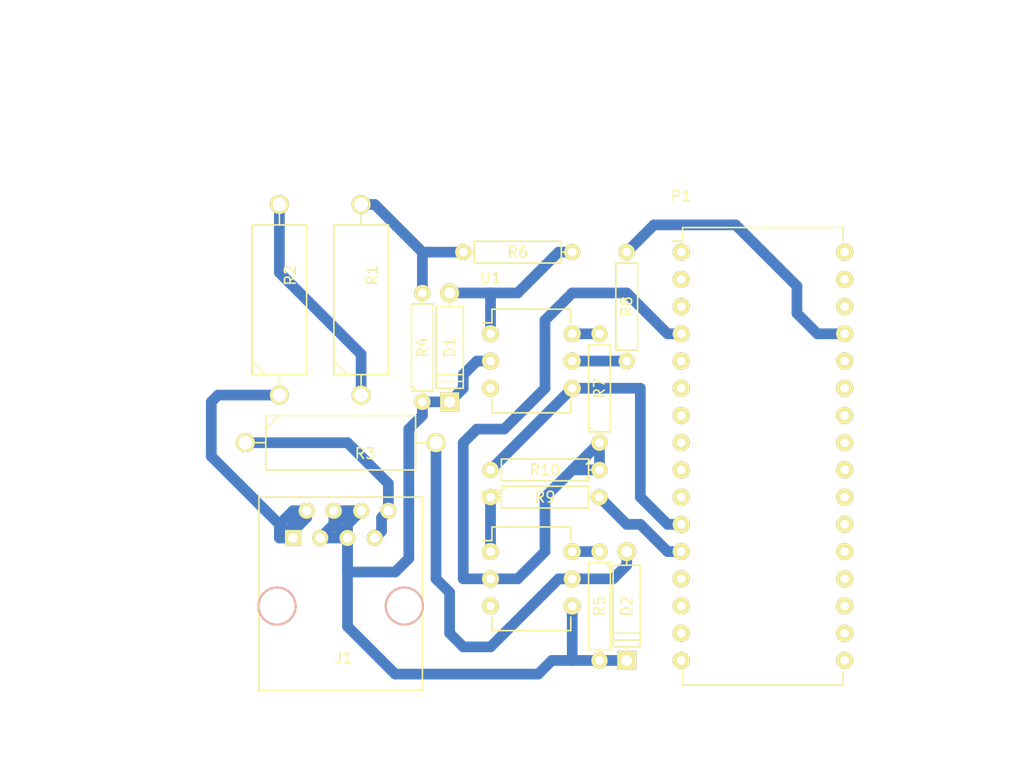
<source format=kicad_pcb>
(kicad_pcb (version 4) (host pcbnew 4.0.1-4.201602110846+6195~38~ubuntu14.04.1-stable)

  (general
    (links 31)
    (no_connects 0)
    (area 15.574287 17.47 114.68 89.000001)
    (thickness 1.6)
    (drawings 8)
    (tracks 107)
    (zones 0)
    (modules 16)
    (nets 46)
  )

  (page A4 portrait)
  (layers
    (0 F.Cu signal)
    (31 B.Cu signal)
    (32 B.Adhes user)
    (33 F.Adhes user)
    (34 B.Paste user)
    (35 F.Paste user)
    (36 B.SilkS user)
    (37 F.SilkS user)
    (38 B.Mask user)
    (39 F.Mask user)
    (40 Dwgs.User user)
    (41 Cmts.User user)
    (42 Eco1.User user)
    (43 Eco2.User user)
    (44 Edge.Cuts user)
    (45 Margin user)
    (46 B.CrtYd user)
    (47 F.CrtYd user)
    (48 B.Fab user)
    (49 F.Fab user)
  )

  (setup
    (last_trace_width 1)
    (trace_clearance 0.2)
    (zone_clearance 0.508)
    (zone_45_only no)
    (trace_min 0.2)
    (segment_width 0.2)
    (edge_width 0.1)
    (via_size 0.6)
    (via_drill 0.4)
    (via_min_size 0.4)
    (via_min_drill 0.3)
    (uvia_size 0.3)
    (uvia_drill 0.1)
    (uvias_allowed no)
    (uvia_min_size 0.2)
    (uvia_min_drill 0.1)
    (pcb_text_width 0.3)
    (pcb_text_size 1.5 1.5)
    (mod_edge_width 0.15)
    (mod_text_size 1 1)
    (mod_text_width 0.15)
    (pad_size 1.5 1.5)
    (pad_drill 0.6)
    (pad_to_mask_clearance 0)
    (aux_axis_origin 0 0)
    (visible_elements FFFFFF7F)
    (pcbplotparams
      (layerselection 0x00030_80000001)
      (usegerberextensions false)
      (excludeedgelayer true)
      (linewidth 0.100000)
      (plotframeref false)
      (viasonmask false)
      (mode 1)
      (useauxorigin false)
      (hpglpennumber 1)
      (hpglpenspeed 20)
      (hpglpendiameter 15)
      (hpglpenoverlay 2)
      (psnegative false)
      (psa4output false)
      (plotreference true)
      (plotvalue true)
      (plotinvisibletext false)
      (padsonsilk false)
      (subtractmaskfromsilk false)
      (outputformat 1)
      (mirror false)
      (drillshape 1)
      (scaleselection 1)
      (outputdirectory ""))
  )

  (net 0 "")
  (net 1 "Net-(D1-Pad2)")
  (net 2 "Net-(D1-Pad1)")
  (net 3 "Net-(D2-Pad2)")
  (net 4 "Net-(J1-Pad1)")
  (net 5 "Net-(J1-Pad7)")
  (net 6 "Net-(P1-Pad4)")
  (net 7 "Net-(P1-Pad11)")
  (net 8 "Net-(P1-Pad12)")
  (net 9 "Net-(P1-Pad29)")
  (net 10 "Net-(R1-Pad1)")
  (net 11 "Net-(R1-Pad2)")
  (net 12 "Net-(R5-Pad1)")
  (net 13 "Net-(R7-Pad2)")
  (net 14 "Net-(R8-Pad1)")
  (net 15 "Net-(R9-Pad1)")
  (net 16 "Net-(P1-Pad1)")
  (net 17 "Net-(P1-Pad2)")
  (net 18 "Net-(P1-Pad3)")
  (net 19 "Net-(P1-Pad5)")
  (net 20 "Net-(P1-Pad6)")
  (net 21 "Net-(P1-Pad7)")
  (net 22 "Net-(P1-Pad8)")
  (net 23 "Net-(P1-Pad9)")
  (net 24 "Net-(P1-Pad10)")
  (net 25 "Net-(P1-Pad13)")
  (net 26 "Net-(P1-Pad14)")
  (net 27 "Net-(P1-Pad15)")
  (net 28 "Net-(P1-Pad16)")
  (net 29 "Net-(P1-Pad17)")
  (net 30 "Net-(P1-Pad18)")
  (net 31 "Net-(P1-Pad19)")
  (net 32 "Net-(P1-Pad20)")
  (net 33 "Net-(P1-Pad21)")
  (net 34 "Net-(P1-Pad22)")
  (net 35 "Net-(P1-Pad23)")
  (net 36 "Net-(P1-Pad24)")
  (net 37 "Net-(P1-Pad25)")
  (net 38 "Net-(P1-Pad26)")
  (net 39 "Net-(P1-Pad27)")
  (net 40 "Net-(P1-Pad28)")
  (net 41 "Net-(P1-Pad30)")
  (net 42 "Net-(P1-Pad31)")
  (net 43 "Net-(P1-Pad32)")
  (net 44 "Net-(U1-Pad3)")
  (net 45 "Net-(U2-Pad3)")

  (net_class Default "This is the default net class."
    (clearance 0.2)
    (trace_width 1)
    (via_dia 0.6)
    (via_drill 0.4)
    (uvia_dia 0.3)
    (uvia_drill 0.1)
    (add_net "Net-(D1-Pad1)")
    (add_net "Net-(D1-Pad2)")
    (add_net "Net-(D2-Pad2)")
    (add_net "Net-(J1-Pad1)")
    (add_net "Net-(J1-Pad7)")
    (add_net "Net-(P1-Pad1)")
    (add_net "Net-(P1-Pad10)")
    (add_net "Net-(P1-Pad11)")
    (add_net "Net-(P1-Pad12)")
    (add_net "Net-(P1-Pad13)")
    (add_net "Net-(P1-Pad14)")
    (add_net "Net-(P1-Pad15)")
    (add_net "Net-(P1-Pad16)")
    (add_net "Net-(P1-Pad17)")
    (add_net "Net-(P1-Pad18)")
    (add_net "Net-(P1-Pad19)")
    (add_net "Net-(P1-Pad2)")
    (add_net "Net-(P1-Pad20)")
    (add_net "Net-(P1-Pad21)")
    (add_net "Net-(P1-Pad22)")
    (add_net "Net-(P1-Pad23)")
    (add_net "Net-(P1-Pad24)")
    (add_net "Net-(P1-Pad25)")
    (add_net "Net-(P1-Pad26)")
    (add_net "Net-(P1-Pad27)")
    (add_net "Net-(P1-Pad28)")
    (add_net "Net-(P1-Pad29)")
    (add_net "Net-(P1-Pad3)")
    (add_net "Net-(P1-Pad30)")
    (add_net "Net-(P1-Pad31)")
    (add_net "Net-(P1-Pad32)")
    (add_net "Net-(P1-Pad4)")
    (add_net "Net-(P1-Pad5)")
    (add_net "Net-(P1-Pad6)")
    (add_net "Net-(P1-Pad7)")
    (add_net "Net-(P1-Pad8)")
    (add_net "Net-(P1-Pad9)")
    (add_net "Net-(R1-Pad1)")
    (add_net "Net-(R1-Pad2)")
    (add_net "Net-(R5-Pad1)")
    (add_net "Net-(R7-Pad2)")
    (add_net "Net-(R8-Pad1)")
    (add_net "Net-(R9-Pad1)")
    (add_net "Net-(U1-Pad3)")
    (add_net "Net-(U2-Pad3)")
  )

  (module Discret:R7 (layer F.Cu) (tedit 0) (tstamp 56C4AEB3)
    (at 48.895 45.085 90)
    (descr "Resitance 7 pas")
    (tags R)
    (path /569E86C0)
    (fp_text reference R1 (at 2.286 1.016 90) (layer F.SilkS)
      (effects (font (size 1 1) (thickness 0.15)))
    )
    (fp_text value 1k (at -2.286 -1.27 90) (layer F.Fab)
      (effects (font (size 1 1) (thickness 0.15)))
    )
    (fp_line (start -8.89 0) (end -8.89 0) (layer F.SilkS) (width 0.15))
    (fp_line (start -8.89 0) (end -8.89 0) (layer F.SilkS) (width 0.15))
    (fp_line (start 6.985 0) (end 8.89 0) (layer F.SilkS) (width 0.15))
    (fp_line (start 8.89 0) (end 8.89 0) (layer F.SilkS) (width 0.15))
    (fp_line (start 6.985 2.54) (end -6.985 2.54) (layer F.SilkS) (width 0.15))
    (fp_line (start -6.985 -2.54) (end 6.985 -2.54) (layer F.SilkS) (width 0.15))
    (fp_line (start -6.985 -1.27) (end -5.715 -2.54) (layer F.SilkS) (width 0.15))
    (fp_line (start 6.985 -2.54) (end 6.985 2.54) (layer F.SilkS) (width 0.15))
    (fp_line (start -6.985 -2.54) (end -6.985 2.54) (layer F.SilkS) (width 0.15))
    (fp_line (start -8.89 0) (end -6.985 0) (layer F.SilkS) (width 0.15))
    (pad 1 thru_hole circle (at -8.89 0 90) (size 1.778 1.778) (drill 1.27) (layers *.Cu *.Mask F.SilkS)
      (net 10 "Net-(R1-Pad1)"))
    (pad 2 thru_hole circle (at 8.89 0 90) (size 1.778 1.778) (drill 1.27) (layers *.Cu *.Mask F.SilkS)
      (net 11 "Net-(R1-Pad2)"))
    (model Discret.3dshapes/R7.wrl
      (at (xyz 0 0 0))
      (scale (xyz 0.7 0.7 0.7))
      (rotate (xyz 0 0 0))
    )
  )

  (module Connect:RJ45_8 (layer F.Cu) (tedit 0) (tstamp 56C2142A)
    (at 46.99 73.66)
    (tags RJ45)
    (path /56B71753)
    (fp_text reference J1 (at 0.254 4.826) (layer F.SilkS)
      (effects (font (size 1 1) (thickness 0.15)))
    )
    (fp_text value RJ45 (at 0.14224 -0.1016) (layer F.Fab)
      (effects (font (size 1 1) (thickness 0.15)))
    )
    (fp_line (start -7.62 7.874) (end 7.62 7.874) (layer F.SilkS) (width 0.15))
    (fp_line (start 7.62 7.874) (end 7.62 -10.16) (layer F.SilkS) (width 0.15))
    (fp_line (start 7.62 -10.16) (end -7.62 -10.16) (layer F.SilkS) (width 0.15))
    (fp_line (start -7.62 -10.16) (end -7.62 7.874) (layer F.SilkS) (width 0.15))
    (pad Hole np_thru_hole circle (at 5.93852 0) (size 3.64998 3.64998) (drill 3.2512) (layers *.Cu *.SilkS *.Mask))
    (pad Hole np_thru_hole circle (at -5.9309 0) (size 3.64998 3.64998) (drill 3.2512) (layers *.Cu *.SilkS *.Mask))
    (pad 1 thru_hole rect (at -4.445 -6.35) (size 1.50114 1.50114) (drill 0.89916) (layers *.Cu *.Mask F.SilkS)
      (net 4 "Net-(J1-Pad1)"))
    (pad 2 thru_hole circle (at -3.175 -8.89) (size 1.50114 1.50114) (drill 0.89916) (layers *.Cu *.Mask F.SilkS)
      (net 4 "Net-(J1-Pad1)"))
    (pad 3 thru_hole circle (at -1.905 -6.35) (size 1.50114 1.50114) (drill 0.89916) (layers *.Cu *.Mask F.SilkS)
      (net 2 "Net-(D1-Pad1)"))
    (pad 4 thru_hole circle (at -0.635 -8.89) (size 1.50114 1.50114) (drill 0.89916) (layers *.Cu *.Mask F.SilkS)
      (net 2 "Net-(D1-Pad1)"))
    (pad 5 thru_hole circle (at 0.635 -6.35) (size 1.50114 1.50114) (drill 0.89916) (layers *.Cu *.Mask F.SilkS)
      (net 2 "Net-(D1-Pad1)"))
    (pad 6 thru_hole circle (at 1.905 -8.89) (size 1.50114 1.50114) (drill 0.89916) (layers *.Cu *.Mask F.SilkS)
      (net 2 "Net-(D1-Pad1)"))
    (pad 7 thru_hole circle (at 3.175 -6.35) (size 1.50114 1.50114) (drill 0.89916) (layers *.Cu *.Mask F.SilkS)
      (net 5 "Net-(J1-Pad7)"))
    (pad 8 thru_hole circle (at 4.445 -8.89) (size 1.50114 1.50114) (drill 0.89916) (layers *.Cu *.Mask F.SilkS)
      (net 5 "Net-(J1-Pad7)"))
    (model Connect.3dshapes/RJ45_8.wrl
      (at (xyz 0 0 0))
      (scale (xyz 0.4 0.4 0.4))
      (rotate (xyz 0 0 0))
    )
  )

  (module Discret:D4 (layer F.Cu) (tedit 0) (tstamp 56C21416)
    (at 57.15 49.53 270)
    (descr "Diode 4 pas")
    (tags "DIODE DEV")
    (path /569E8699)
    (fp_text reference D1 (at 0 0 270) (layer F.SilkS)
      (effects (font (size 1 1) (thickness 0.15)))
    )
    (fp_text value DIODE (at 0 0 270) (layer F.Fab)
      (effects (font (size 1 1) (thickness 0.15)))
    )
    (fp_line (start -3.81 -1.27) (end 3.81 -1.27) (layer F.SilkS) (width 0.15))
    (fp_line (start 3.81 -1.27) (end 3.81 1.27) (layer F.SilkS) (width 0.15))
    (fp_line (start 3.81 1.27) (end -3.81 1.27) (layer F.SilkS) (width 0.15))
    (fp_line (start -3.81 1.27) (end -3.81 -1.27) (layer F.SilkS) (width 0.15))
    (fp_line (start 3.175 -1.27) (end 3.175 1.27) (layer F.SilkS) (width 0.15))
    (fp_line (start 2.54 1.27) (end 2.54 -1.27) (layer F.SilkS) (width 0.15))
    (fp_line (start -3.81 0) (end -5.08 0) (layer F.SilkS) (width 0.15))
    (fp_line (start 3.81 0) (end 5.08 0) (layer F.SilkS) (width 0.15))
    (pad 2 thru_hole circle (at -5.08 0 270) (size 1.778 1.778) (drill 1.016) (layers *.Cu *.Mask F.SilkS)
      (net 1 "Net-(D1-Pad2)"))
    (pad 1 thru_hole rect (at 5.08 0 270) (size 1.778 1.778) (drill 1.016) (layers *.Cu *.Mask F.SilkS)
      (net 2 "Net-(D1-Pad1)"))
    (model Discret.3dshapes/D4.wrl
      (at (xyz 0 0 0))
      (scale (xyz 0.4 0.4 0.4))
      (rotate (xyz 0 0 0))
    )
  )

  (module Discret:D4 (layer F.Cu) (tedit 0) (tstamp 56C2141C)
    (at 73.66 73.66 270)
    (descr "Diode 4 pas")
    (tags "DIODE DEV")
    (path /569E8D13)
    (fp_text reference D2 (at 0 0 270) (layer F.SilkS)
      (effects (font (size 1 1) (thickness 0.15)))
    )
    (fp_text value DIODE (at 0 0 270) (layer F.Fab)
      (effects (font (size 1 1) (thickness 0.15)))
    )
    (fp_line (start -3.81 -1.27) (end 3.81 -1.27) (layer F.SilkS) (width 0.15))
    (fp_line (start 3.81 -1.27) (end 3.81 1.27) (layer F.SilkS) (width 0.15))
    (fp_line (start 3.81 1.27) (end -3.81 1.27) (layer F.SilkS) (width 0.15))
    (fp_line (start -3.81 1.27) (end -3.81 -1.27) (layer F.SilkS) (width 0.15))
    (fp_line (start 3.175 -1.27) (end 3.175 1.27) (layer F.SilkS) (width 0.15))
    (fp_line (start 2.54 1.27) (end 2.54 -1.27) (layer F.SilkS) (width 0.15))
    (fp_line (start -3.81 0) (end -5.08 0) (layer F.SilkS) (width 0.15))
    (fp_line (start 3.81 0) (end 5.08 0) (layer F.SilkS) (width 0.15))
    (pad 2 thru_hole circle (at -5.08 0 270) (size 1.778 1.778) (drill 1.016) (layers *.Cu *.Mask F.SilkS)
      (net 3 "Net-(D2-Pad2)"))
    (pad 1 thru_hole rect (at 5.08 0 270) (size 1.778 1.778) (drill 1.016) (layers *.Cu *.Mask F.SilkS)
      (net 2 "Net-(D1-Pad1)"))
    (model Discret.3dshapes/D4.wrl
      (at (xyz 0 0 0))
      (scale (xyz 0.4 0.4 0.4))
      (rotate (xyz 0 0 0))
    )
  )

  (module Housings_DIP:DIP-32_W15.24mm (layer F.Cu) (tedit 54130A77) (tstamp 56C2144E)
    (at 78.74 40.64)
    (descr "32-lead dip package, row spacing 15.24 mm (600 mils)")
    (tags "dil dip 2.54 600")
    (path /56BA5819)
    (fp_text reference P1 (at 0 -5.22) (layer F.SilkS)
      (effects (font (size 1 1) (thickness 0.15)))
    )
    (fp_text value SUPP32 (at 0 -3.72) (layer F.Fab)
      (effects (font (size 1 1) (thickness 0.15)))
    )
    (fp_line (start -1.05 -2.45) (end -1.05 40.55) (layer F.CrtYd) (width 0.05))
    (fp_line (start 16.3 -2.45) (end 16.3 40.55) (layer F.CrtYd) (width 0.05))
    (fp_line (start -1.05 -2.45) (end 16.3 -2.45) (layer F.CrtYd) (width 0.05))
    (fp_line (start -1.05 40.55) (end 16.3 40.55) (layer F.CrtYd) (width 0.05))
    (fp_line (start 0.135 -2.295) (end 0.135 -1.025) (layer F.SilkS) (width 0.15))
    (fp_line (start 15.105 -2.295) (end 15.105 -1.025) (layer F.SilkS) (width 0.15))
    (fp_line (start 15.105 40.395) (end 15.105 39.125) (layer F.SilkS) (width 0.15))
    (fp_line (start 0.135 40.395) (end 0.135 39.125) (layer F.SilkS) (width 0.15))
    (fp_line (start 0.135 -2.295) (end 15.105 -2.295) (layer F.SilkS) (width 0.15))
    (fp_line (start 0.135 40.395) (end 15.105 40.395) (layer F.SilkS) (width 0.15))
    (fp_line (start 0.135 -1.025) (end -0.8 -1.025) (layer F.SilkS) (width 0.15))
    (pad 1 thru_hole oval (at 0 0) (size 1.6 1.6) (drill 0.8) (layers *.Cu *.Mask F.SilkS)
      (net 16 "Net-(P1-Pad1)"))
    (pad 2 thru_hole oval (at 0 2.54) (size 1.6 1.6) (drill 0.8) (layers *.Cu *.Mask F.SilkS)
      (net 17 "Net-(P1-Pad2)"))
    (pad 3 thru_hole oval (at 0 5.08) (size 1.6 1.6) (drill 0.8) (layers *.Cu *.Mask F.SilkS)
      (net 18 "Net-(P1-Pad3)"))
    (pad 4 thru_hole oval (at 0 7.62) (size 1.6 1.6) (drill 0.8) (layers *.Cu *.Mask F.SilkS)
      (net 6 "Net-(P1-Pad4)"))
    (pad 5 thru_hole oval (at 0 10.16) (size 1.6 1.6) (drill 0.8) (layers *.Cu *.Mask F.SilkS)
      (net 19 "Net-(P1-Pad5)"))
    (pad 6 thru_hole oval (at 0 12.7) (size 1.6 1.6) (drill 0.8) (layers *.Cu *.Mask F.SilkS)
      (net 20 "Net-(P1-Pad6)"))
    (pad 7 thru_hole oval (at 0 15.24) (size 1.6 1.6) (drill 0.8) (layers *.Cu *.Mask F.SilkS)
      (net 21 "Net-(P1-Pad7)"))
    (pad 8 thru_hole oval (at 0 17.78) (size 1.6 1.6) (drill 0.8) (layers *.Cu *.Mask F.SilkS)
      (net 22 "Net-(P1-Pad8)"))
    (pad 9 thru_hole oval (at 0 20.32) (size 1.6 1.6) (drill 0.8) (layers *.Cu *.Mask F.SilkS)
      (net 23 "Net-(P1-Pad9)"))
    (pad 10 thru_hole oval (at 0 22.86) (size 1.6 1.6) (drill 0.8) (layers *.Cu *.Mask F.SilkS)
      (net 24 "Net-(P1-Pad10)"))
    (pad 11 thru_hole oval (at 0 25.4) (size 1.6 1.6) (drill 0.8) (layers *.Cu *.Mask F.SilkS)
      (net 7 "Net-(P1-Pad11)"))
    (pad 12 thru_hole oval (at 0 27.94) (size 1.6 1.6) (drill 0.8) (layers *.Cu *.Mask F.SilkS)
      (net 8 "Net-(P1-Pad12)"))
    (pad 13 thru_hole oval (at 0 30.48) (size 1.6 1.6) (drill 0.8) (layers *.Cu *.Mask F.SilkS)
      (net 25 "Net-(P1-Pad13)"))
    (pad 14 thru_hole oval (at 0 33.02) (size 1.6 1.6) (drill 0.8) (layers *.Cu *.Mask F.SilkS)
      (net 26 "Net-(P1-Pad14)"))
    (pad 15 thru_hole oval (at 0 35.56) (size 1.6 1.6) (drill 0.8) (layers *.Cu *.Mask F.SilkS)
      (net 27 "Net-(P1-Pad15)"))
    (pad 16 thru_hole oval (at 0 38.1) (size 1.6 1.6) (drill 0.8) (layers *.Cu *.Mask F.SilkS)
      (net 28 "Net-(P1-Pad16)"))
    (pad 17 thru_hole oval (at 15.24 38.1) (size 1.6 1.6) (drill 0.8) (layers *.Cu *.Mask F.SilkS)
      (net 29 "Net-(P1-Pad17)"))
    (pad 18 thru_hole oval (at 15.24 35.56) (size 1.6 1.6) (drill 0.8) (layers *.Cu *.Mask F.SilkS)
      (net 30 "Net-(P1-Pad18)"))
    (pad 19 thru_hole oval (at 15.24 33.02) (size 1.6 1.6) (drill 0.8) (layers *.Cu *.Mask F.SilkS)
      (net 31 "Net-(P1-Pad19)"))
    (pad 20 thru_hole oval (at 15.24 30.48) (size 1.6 1.6) (drill 0.8) (layers *.Cu *.Mask F.SilkS)
      (net 32 "Net-(P1-Pad20)"))
    (pad 21 thru_hole oval (at 15.24 27.94) (size 1.6 1.6) (drill 0.8) (layers *.Cu *.Mask F.SilkS)
      (net 33 "Net-(P1-Pad21)"))
    (pad 22 thru_hole oval (at 15.24 25.4) (size 1.6 1.6) (drill 0.8) (layers *.Cu *.Mask F.SilkS)
      (net 34 "Net-(P1-Pad22)"))
    (pad 23 thru_hole oval (at 15.24 22.86) (size 1.6 1.6) (drill 0.8) (layers *.Cu *.Mask F.SilkS)
      (net 35 "Net-(P1-Pad23)"))
    (pad 24 thru_hole oval (at 15.24 20.32) (size 1.6 1.6) (drill 0.8) (layers *.Cu *.Mask F.SilkS)
      (net 36 "Net-(P1-Pad24)"))
    (pad 25 thru_hole oval (at 15.24 17.78) (size 1.6 1.6) (drill 0.8) (layers *.Cu *.Mask F.SilkS)
      (net 37 "Net-(P1-Pad25)"))
    (pad 26 thru_hole oval (at 15.24 15.24) (size 1.6 1.6) (drill 0.8) (layers *.Cu *.Mask F.SilkS)
      (net 38 "Net-(P1-Pad26)"))
    (pad 27 thru_hole oval (at 15.24 12.7) (size 1.6 1.6) (drill 0.8) (layers *.Cu *.Mask F.SilkS)
      (net 39 "Net-(P1-Pad27)"))
    (pad 28 thru_hole oval (at 15.24 10.16) (size 1.6 1.6) (drill 0.8) (layers *.Cu *.Mask F.SilkS)
      (net 40 "Net-(P1-Pad28)"))
    (pad 29 thru_hole oval (at 15.24 7.62) (size 1.6 1.6) (drill 0.8) (layers *.Cu *.Mask F.SilkS)
      (net 9 "Net-(P1-Pad29)"))
    (pad 30 thru_hole oval (at 15.24 5.08) (size 1.6 1.6) (drill 0.8) (layers *.Cu *.Mask F.SilkS)
      (net 41 "Net-(P1-Pad30)"))
    (pad 31 thru_hole oval (at 15.24 2.54) (size 1.6 1.6) (drill 0.8) (layers *.Cu *.Mask F.SilkS)
      (net 42 "Net-(P1-Pad31)"))
    (pad 32 thru_hole oval (at 15.24 0) (size 1.6 1.6) (drill 0.8) (layers *.Cu *.Mask F.SilkS)
      (net 43 "Net-(P1-Pad32)"))
    (model Housings_DIP.3dshapes/DIP-32_W15.24mm.wrl
      (at (xyz 0 0 0))
      (scale (xyz 1 1 1))
      (rotate (xyz 0 0 0))
    )
  )

  (module Discret:R4 (layer F.Cu) (tedit 0) (tstamp 56C21466)
    (at 54.61 49.53 90)
    (descr "Resitance 4 pas")
    (tags R)
    (path /569E8840)
    (fp_text reference R4 (at 0 0 90) (layer F.SilkS)
      (effects (font (size 1 1) (thickness 0.15)))
    )
    (fp_text value 200 (at 0 0 90) (layer F.Fab)
      (effects (font (size 1 1) (thickness 0.15)))
    )
    (fp_line (start -5.08 0) (end -4.064 0) (layer F.SilkS) (width 0.15))
    (fp_line (start -4.064 0) (end -4.064 -1.016) (layer F.SilkS) (width 0.15))
    (fp_line (start -4.064 -1.016) (end 4.064 -1.016) (layer F.SilkS) (width 0.15))
    (fp_line (start 4.064 -1.016) (end 4.064 1.016) (layer F.SilkS) (width 0.15))
    (fp_line (start 4.064 1.016) (end -4.064 1.016) (layer F.SilkS) (width 0.15))
    (fp_line (start -4.064 1.016) (end -4.064 0) (layer F.SilkS) (width 0.15))
    (fp_line (start -4.064 -0.508) (end -3.556 -1.016) (layer F.SilkS) (width 0.15))
    (fp_line (start 5.08 0) (end 4.064 0) (layer F.SilkS) (width 0.15))
    (pad 1 thru_hole circle (at -5.08 0 90) (size 1.524 1.524) (drill 0.8128) (layers *.Cu *.Mask F.SilkS)
      (net 2 "Net-(D1-Pad1)"))
    (pad 2 thru_hole circle (at 5.08 0 90) (size 1.524 1.524) (drill 0.8128) (layers *.Cu *.Mask F.SilkS)
      (net 11 "Net-(R1-Pad2)"))
    (model Discret.3dshapes/R4.wrl
      (at (xyz 0 0 0))
      (scale (xyz 0.4 0.4 0.4))
      (rotate (xyz 0 0 0))
    )
  )

  (module Discret:R4 (layer F.Cu) (tedit 0) (tstamp 56C2146C)
    (at 71.12 73.66 270)
    (descr "Resitance 4 pas")
    (tags R)
    (path /569E8D5E)
    (fp_text reference R5 (at 0 0 270) (layer F.SilkS)
      (effects (font (size 1 1) (thickness 0.15)))
    )
    (fp_text value 100k (at 0 0 270) (layer F.Fab)
      (effects (font (size 1 1) (thickness 0.15)))
    )
    (fp_line (start -5.08 0) (end -4.064 0) (layer F.SilkS) (width 0.15))
    (fp_line (start -4.064 0) (end -4.064 -1.016) (layer F.SilkS) (width 0.15))
    (fp_line (start -4.064 -1.016) (end 4.064 -1.016) (layer F.SilkS) (width 0.15))
    (fp_line (start 4.064 -1.016) (end 4.064 1.016) (layer F.SilkS) (width 0.15))
    (fp_line (start 4.064 1.016) (end -4.064 1.016) (layer F.SilkS) (width 0.15))
    (fp_line (start -4.064 1.016) (end -4.064 0) (layer F.SilkS) (width 0.15))
    (fp_line (start -4.064 -0.508) (end -3.556 -1.016) (layer F.SilkS) (width 0.15))
    (fp_line (start 5.08 0) (end 4.064 0) (layer F.SilkS) (width 0.15))
    (pad 1 thru_hole circle (at -5.08 0 270) (size 1.524 1.524) (drill 0.8128) (layers *.Cu *.Mask F.SilkS)
      (net 12 "Net-(R5-Pad1)"))
    (pad 2 thru_hole circle (at 5.08 0 270) (size 1.524 1.524) (drill 0.8128) (layers *.Cu *.Mask F.SilkS)
      (net 2 "Net-(D1-Pad1)"))
    (model Discret.3dshapes/R4.wrl
      (at (xyz 0 0 0))
      (scale (xyz 0.4 0.4 0.4))
      (rotate (xyz 0 0 0))
    )
  )

  (module Discret:R4 (layer F.Cu) (tedit 0) (tstamp 56C21472)
    (at 63.5 40.64 180)
    (descr "Resitance 4 pas")
    (tags R)
    (path /56BA5177)
    (fp_text reference R6 (at 0 0 180) (layer F.SilkS)
      (effects (font (size 1 1) (thickness 0.15)))
    )
    (fp_text value 100 (at 0 0 180) (layer F.Fab)
      (effects (font (size 1 1) (thickness 0.15)))
    )
    (fp_line (start -5.08 0) (end -4.064 0) (layer F.SilkS) (width 0.15))
    (fp_line (start -4.064 0) (end -4.064 -1.016) (layer F.SilkS) (width 0.15))
    (fp_line (start -4.064 -1.016) (end 4.064 -1.016) (layer F.SilkS) (width 0.15))
    (fp_line (start 4.064 -1.016) (end 4.064 1.016) (layer F.SilkS) (width 0.15))
    (fp_line (start 4.064 1.016) (end -4.064 1.016) (layer F.SilkS) (width 0.15))
    (fp_line (start -4.064 1.016) (end -4.064 0) (layer F.SilkS) (width 0.15))
    (fp_line (start -4.064 -0.508) (end -3.556 -1.016) (layer F.SilkS) (width 0.15))
    (fp_line (start 5.08 0) (end 4.064 0) (layer F.SilkS) (width 0.15))
    (pad 1 thru_hole circle (at -5.08 0 180) (size 1.524 1.524) (drill 0.8128) (layers *.Cu *.Mask F.SilkS)
      (net 1 "Net-(D1-Pad2)"))
    (pad 2 thru_hole circle (at 5.08 0 180) (size 1.524 1.524) (drill 0.8128) (layers *.Cu *.Mask F.SilkS)
      (net 11 "Net-(R1-Pad2)"))
    (model Discret.3dshapes/R4.wrl
      (at (xyz 0 0 0))
      (scale (xyz 0.4 0.4 0.4))
      (rotate (xyz 0 0 0))
    )
  )

  (module Discret:R4 (layer F.Cu) (tedit 0) (tstamp 56C21478)
    (at 71.12 53.34 90)
    (descr "Resitance 4 pas")
    (tags R)
    (path /569E8AD4)
    (fp_text reference R7 (at 0 0 90) (layer F.SilkS)
      (effects (font (size 1 1) (thickness 0.15)))
    )
    (fp_text value 100k (at 0 0 90) (layer F.Fab)
      (effects (font (size 1 1) (thickness 0.15)))
    )
    (fp_line (start -5.08 0) (end -4.064 0) (layer F.SilkS) (width 0.15))
    (fp_line (start -4.064 0) (end -4.064 -1.016) (layer F.SilkS) (width 0.15))
    (fp_line (start -4.064 -1.016) (end 4.064 -1.016) (layer F.SilkS) (width 0.15))
    (fp_line (start 4.064 -1.016) (end 4.064 1.016) (layer F.SilkS) (width 0.15))
    (fp_line (start 4.064 1.016) (end -4.064 1.016) (layer F.SilkS) (width 0.15))
    (fp_line (start -4.064 1.016) (end -4.064 0) (layer F.SilkS) (width 0.15))
    (fp_line (start -4.064 -0.508) (end -3.556 -1.016) (layer F.SilkS) (width 0.15))
    (fp_line (start 5.08 0) (end 4.064 0) (layer F.SilkS) (width 0.15))
    (pad 1 thru_hole circle (at -5.08 0 90) (size 1.524 1.524) (drill 0.8128) (layers *.Cu *.Mask F.SilkS)
      (net 6 "Net-(P1-Pad4)"))
    (pad 2 thru_hole circle (at 5.08 0 90) (size 1.524 1.524) (drill 0.8128) (layers *.Cu *.Mask F.SilkS)
      (net 13 "Net-(R7-Pad2)"))
    (model Discret.3dshapes/R4.wrl
      (at (xyz 0 0 0))
      (scale (xyz 0.4 0.4 0.4))
      (rotate (xyz 0 0 0))
    )
  )

  (module Discret:R4 (layer F.Cu) (tedit 0) (tstamp 56C2147E)
    (at 73.66 45.72 90)
    (descr "Resitance 4 pas")
    (tags R)
    (path /569E8AC5)
    (fp_text reference R8 (at 0 0 90) (layer F.SilkS)
      (effects (font (size 1 1) (thickness 0.15)))
    )
    (fp_text value 100 (at 0 0 90) (layer F.Fab)
      (effects (font (size 1 1) (thickness 0.15)))
    )
    (fp_line (start -5.08 0) (end -4.064 0) (layer F.SilkS) (width 0.15))
    (fp_line (start -4.064 0) (end -4.064 -1.016) (layer F.SilkS) (width 0.15))
    (fp_line (start -4.064 -1.016) (end 4.064 -1.016) (layer F.SilkS) (width 0.15))
    (fp_line (start 4.064 -1.016) (end 4.064 1.016) (layer F.SilkS) (width 0.15))
    (fp_line (start 4.064 1.016) (end -4.064 1.016) (layer F.SilkS) (width 0.15))
    (fp_line (start -4.064 1.016) (end -4.064 0) (layer F.SilkS) (width 0.15))
    (fp_line (start -4.064 -0.508) (end -3.556 -1.016) (layer F.SilkS) (width 0.15))
    (fp_line (start 5.08 0) (end 4.064 0) (layer F.SilkS) (width 0.15))
    (pad 1 thru_hole circle (at -5.08 0 90) (size 1.524 1.524) (drill 0.8128) (layers *.Cu *.Mask F.SilkS)
      (net 14 "Net-(R8-Pad1)"))
    (pad 2 thru_hole circle (at 5.08 0 90) (size 1.524 1.524) (drill 0.8128) (layers *.Cu *.Mask F.SilkS)
      (net 9 "Net-(P1-Pad29)"))
    (model Discret.3dshapes/R4.wrl
      (at (xyz 0 0 0))
      (scale (xyz 0.4 0.4 0.4))
      (rotate (xyz 0 0 0))
    )
  )

  (module Discret:R4 (layer F.Cu) (tedit 0) (tstamp 56C21484)
    (at 66.04 63.5)
    (descr "Resitance 4 pas")
    (tags R)
    (path /569E8D58)
    (fp_text reference R9 (at 0 0) (layer F.SilkS)
      (effects (font (size 1 1) (thickness 0.15)))
    )
    (fp_text value 100 (at 0 0) (layer F.Fab)
      (effects (font (size 1 1) (thickness 0.15)))
    )
    (fp_line (start -5.08 0) (end -4.064 0) (layer F.SilkS) (width 0.15))
    (fp_line (start -4.064 0) (end -4.064 -1.016) (layer F.SilkS) (width 0.15))
    (fp_line (start -4.064 -1.016) (end 4.064 -1.016) (layer F.SilkS) (width 0.15))
    (fp_line (start 4.064 -1.016) (end 4.064 1.016) (layer F.SilkS) (width 0.15))
    (fp_line (start 4.064 1.016) (end -4.064 1.016) (layer F.SilkS) (width 0.15))
    (fp_line (start -4.064 1.016) (end -4.064 0) (layer F.SilkS) (width 0.15))
    (fp_line (start -4.064 -0.508) (end -3.556 -1.016) (layer F.SilkS) (width 0.15))
    (fp_line (start 5.08 0) (end 4.064 0) (layer F.SilkS) (width 0.15))
    (pad 1 thru_hole circle (at -5.08 0) (size 1.524 1.524) (drill 0.8128) (layers *.Cu *.Mask F.SilkS)
      (net 15 "Net-(R9-Pad1)"))
    (pad 2 thru_hole circle (at 5.08 0) (size 1.524 1.524) (drill 0.8128) (layers *.Cu *.Mask F.SilkS)
      (net 8 "Net-(P1-Pad12)"))
    (model Discret.3dshapes/R4.wrl
      (at (xyz 0 0 0))
      (scale (xyz 0.4 0.4 0.4))
      (rotate (xyz 0 0 0))
    )
  )

  (module Discret:R4 (layer F.Cu) (tedit 0) (tstamp 56C2148A)
    (at 66.04 60.96 180)
    (descr "Resitance 4 pas")
    (tags R)
    (path /569E8B22)
    (fp_text reference R10 (at 0 0 180) (layer F.SilkS)
      (effects (font (size 1 1) (thickness 0.15)))
    )
    (fp_text value 5k (at 0 0 180) (layer F.Fab)
      (effects (font (size 1 1) (thickness 0.15)))
    )
    (fp_line (start -5.08 0) (end -4.064 0) (layer F.SilkS) (width 0.15))
    (fp_line (start -4.064 0) (end -4.064 -1.016) (layer F.SilkS) (width 0.15))
    (fp_line (start -4.064 -1.016) (end 4.064 -1.016) (layer F.SilkS) (width 0.15))
    (fp_line (start 4.064 -1.016) (end 4.064 1.016) (layer F.SilkS) (width 0.15))
    (fp_line (start 4.064 1.016) (end -4.064 1.016) (layer F.SilkS) (width 0.15))
    (fp_line (start -4.064 1.016) (end -4.064 0) (layer F.SilkS) (width 0.15))
    (fp_line (start -4.064 -0.508) (end -3.556 -1.016) (layer F.SilkS) (width 0.15))
    (fp_line (start 5.08 0) (end 4.064 0) (layer F.SilkS) (width 0.15))
    (pad 1 thru_hole circle (at -5.08 0 180) (size 1.524 1.524) (drill 0.8128) (layers *.Cu *.Mask F.SilkS)
      (net 6 "Net-(P1-Pad4)"))
    (pad 2 thru_hole circle (at 5.08 0 180) (size 1.524 1.524) (drill 0.8128) (layers *.Cu *.Mask F.SilkS)
      (net 7 "Net-(P1-Pad11)"))
    (model Discret.3dshapes/R4.wrl
      (at (xyz 0 0 0))
      (scale (xyz 0.4 0.4 0.4))
      (rotate (xyz 0 0 0))
    )
  )

  (module Housings_DIP:DIP-6_W7.62mm (layer F.Cu) (tedit 54130A77) (tstamp 56C21494)
    (at 60.96 48.26)
    (descr "6-lead dip package, row spacing 7.62 mm (300 mils)")
    (tags "dil dip 2.54 300")
    (path /569E87D7)
    (fp_text reference U1 (at 0 -5.22) (layer F.SilkS)
      (effects (font (size 1 1) (thickness 0.15)))
    )
    (fp_text value 4N33 (at 0 -3.72) (layer F.Fab)
      (effects (font (size 1 1) (thickness 0.15)))
    )
    (fp_line (start -1.05 -2.45) (end -1.05 7.55) (layer F.CrtYd) (width 0.05))
    (fp_line (start 8.65 -2.45) (end 8.65 7.55) (layer F.CrtYd) (width 0.05))
    (fp_line (start -1.05 -2.45) (end 8.65 -2.45) (layer F.CrtYd) (width 0.05))
    (fp_line (start -1.05 7.55) (end 8.65 7.55) (layer F.CrtYd) (width 0.05))
    (fp_line (start 0.135 -2.295) (end 0.135 -1.025) (layer F.SilkS) (width 0.15))
    (fp_line (start 7.485 -2.295) (end 7.485 -1.025) (layer F.SilkS) (width 0.15))
    (fp_line (start 7.485 7.375) (end 7.485 6.105) (layer F.SilkS) (width 0.15))
    (fp_line (start 0.135 7.375) (end 0.135 6.105) (layer F.SilkS) (width 0.15))
    (fp_line (start 0.135 -2.295) (end 7.485 -2.295) (layer F.SilkS) (width 0.15))
    (fp_line (start 0.135 7.375) (end 7.485 7.375) (layer F.SilkS) (width 0.15))
    (fp_line (start 0.135 -1.025) (end -0.8 -1.025) (layer F.SilkS) (width 0.15))
    (pad 1 thru_hole oval (at 0 0) (size 1.6 1.6) (drill 0.8) (layers *.Cu *.Mask F.SilkS)
      (net 1 "Net-(D1-Pad2)"))
    (pad 2 thru_hole oval (at 0 2.54) (size 1.6 1.6) (drill 0.8) (layers *.Cu *.Mask F.SilkS)
      (net 2 "Net-(D1-Pad1)"))
    (pad 3 thru_hole oval (at 0 5.08) (size 1.6 1.6) (drill 0.8) (layers *.Cu *.Mask F.SilkS)
      (net 44 "Net-(U1-Pad3)"))
    (pad 4 thru_hole oval (at 7.62 5.08) (size 1.6 1.6) (drill 0.8) (layers *.Cu *.Mask F.SilkS)
      (net 7 "Net-(P1-Pad11)"))
    (pad 5 thru_hole oval (at 7.62 2.54) (size 1.6 1.6) (drill 0.8) (layers *.Cu *.Mask F.SilkS)
      (net 14 "Net-(R8-Pad1)"))
    (pad 6 thru_hole oval (at 7.62 0) (size 1.6 1.6) (drill 0.8) (layers *.Cu *.Mask F.SilkS)
      (net 13 "Net-(R7-Pad2)"))
    (model Housings_DIP.3dshapes/DIP-6_W7.62mm.wrl
      (at (xyz 0 0 0))
      (scale (xyz 1 1 1))
      (rotate (xyz 0 0 0))
    )
  )

  (module Housings_DIP:DIP-6_W7.62mm (layer F.Cu) (tedit 54130A77) (tstamp 56C2149E)
    (at 60.96 68.58)
    (descr "6-lead dip package, row spacing 7.62 mm (300 mils)")
    (tags "dil dip 2.54 300")
    (path /569E8D25)
    (fp_text reference U2 (at 0 -5.22) (layer F.SilkS)
      (effects (font (size 1 1) (thickness 0.15)))
    )
    (fp_text value 4N33 (at 0 -3.72) (layer F.Fab)
      (effects (font (size 1 1) (thickness 0.15)))
    )
    (fp_line (start -1.05 -2.45) (end -1.05 7.55) (layer F.CrtYd) (width 0.05))
    (fp_line (start 8.65 -2.45) (end 8.65 7.55) (layer F.CrtYd) (width 0.05))
    (fp_line (start -1.05 -2.45) (end 8.65 -2.45) (layer F.CrtYd) (width 0.05))
    (fp_line (start -1.05 7.55) (end 8.65 7.55) (layer F.CrtYd) (width 0.05))
    (fp_line (start 0.135 -2.295) (end 0.135 -1.025) (layer F.SilkS) (width 0.15))
    (fp_line (start 7.485 -2.295) (end 7.485 -1.025) (layer F.SilkS) (width 0.15))
    (fp_line (start 7.485 7.375) (end 7.485 6.105) (layer F.SilkS) (width 0.15))
    (fp_line (start 0.135 7.375) (end 0.135 6.105) (layer F.SilkS) (width 0.15))
    (fp_line (start 0.135 -2.295) (end 7.485 -2.295) (layer F.SilkS) (width 0.15))
    (fp_line (start 0.135 7.375) (end 7.485 7.375) (layer F.SilkS) (width 0.15))
    (fp_line (start 0.135 -1.025) (end -0.8 -1.025) (layer F.SilkS) (width 0.15))
    (pad 1 thru_hole oval (at 0 0) (size 1.6 1.6) (drill 0.8) (layers *.Cu *.Mask F.SilkS)
      (net 15 "Net-(R9-Pad1)"))
    (pad 2 thru_hole oval (at 0 2.54) (size 1.6 1.6) (drill 0.8) (layers *.Cu *.Mask F.SilkS)
      (net 6 "Net-(P1-Pad4)"))
    (pad 3 thru_hole oval (at 0 5.08) (size 1.6 1.6) (drill 0.8) (layers *.Cu *.Mask F.SilkS)
      (net 45 "Net-(U2-Pad3)"))
    (pad 4 thru_hole oval (at 7.62 5.08) (size 1.6 1.6) (drill 0.8) (layers *.Cu *.Mask F.SilkS)
      (net 2 "Net-(D1-Pad1)"))
    (pad 5 thru_hole oval (at 7.62 2.54) (size 1.6 1.6) (drill 0.8) (layers *.Cu *.Mask F.SilkS)
      (net 3 "Net-(D2-Pad2)"))
    (pad 6 thru_hole oval (at 7.62 0) (size 1.6 1.6) (drill 0.8) (layers *.Cu *.Mask F.SilkS)
      (net 12 "Net-(R5-Pad1)"))
    (model Housings_DIP.3dshapes/DIP-6_W7.62mm.wrl
      (at (xyz 0 0 0))
      (scale (xyz 1 1 1))
      (rotate (xyz 0 0 0))
    )
  )

  (module Discret:R7 (layer F.Cu) (tedit 0) (tstamp 56C4AEB8)
    (at 41.275 45.085 90)
    (descr "Resitance 7 pas")
    (tags R)
    (path /56BA4DB0)
    (fp_text reference R2 (at 2.286 1.016 90) (layer F.SilkS)
      (effects (font (size 1 1) (thickness 0.15)))
    )
    (fp_text value 1k (at -2.286 -1.27 90) (layer F.Fab)
      (effects (font (size 1 1) (thickness 0.15)))
    )
    (fp_line (start -8.89 0) (end -8.89 0) (layer F.SilkS) (width 0.15))
    (fp_line (start -8.89 0) (end -8.89 0) (layer F.SilkS) (width 0.15))
    (fp_line (start 6.985 0) (end 8.89 0) (layer F.SilkS) (width 0.15))
    (fp_line (start 8.89 0) (end 8.89 0) (layer F.SilkS) (width 0.15))
    (fp_line (start 6.985 2.54) (end -6.985 2.54) (layer F.SilkS) (width 0.15))
    (fp_line (start -6.985 -2.54) (end 6.985 -2.54) (layer F.SilkS) (width 0.15))
    (fp_line (start -6.985 -1.27) (end -5.715 -2.54) (layer F.SilkS) (width 0.15))
    (fp_line (start 6.985 -2.54) (end 6.985 2.54) (layer F.SilkS) (width 0.15))
    (fp_line (start -6.985 -2.54) (end -6.985 2.54) (layer F.SilkS) (width 0.15))
    (fp_line (start -8.89 0) (end -6.985 0) (layer F.SilkS) (width 0.15))
    (pad 1 thru_hole circle (at -8.89 0 90) (size 1.778 1.778) (drill 1.27) (layers *.Cu *.Mask F.SilkS)
      (net 4 "Net-(J1-Pad1)"))
    (pad 2 thru_hole circle (at 8.89 0 90) (size 1.778 1.778) (drill 1.27) (layers *.Cu *.Mask F.SilkS)
      (net 10 "Net-(R1-Pad1)"))
    (model Discret.3dshapes/R7.wrl
      (at (xyz 0 0 0))
      (scale (xyz 0.7 0.7 0.7))
      (rotate (xyz 0 0 0))
    )
  )

  (module Discret:R7 (layer F.Cu) (tedit 0) (tstamp 56C4AEBD)
    (at 46.99 58.42)
    (descr "Resitance 7 pas")
    (tags R)
    (path /569E8D19)
    (fp_text reference R3 (at 2.286 1.016) (layer F.SilkS)
      (effects (font (size 1 1) (thickness 0.15)))
    )
    (fp_text value 1k (at -2.286 -1.27) (layer F.Fab)
      (effects (font (size 1 1) (thickness 0.15)))
    )
    (fp_line (start -8.89 0) (end -8.89 0) (layer F.SilkS) (width 0.15))
    (fp_line (start -8.89 0) (end -8.89 0) (layer F.SilkS) (width 0.15))
    (fp_line (start 6.985 0) (end 8.89 0) (layer F.SilkS) (width 0.15))
    (fp_line (start 8.89 0) (end 8.89 0) (layer F.SilkS) (width 0.15))
    (fp_line (start 6.985 2.54) (end -6.985 2.54) (layer F.SilkS) (width 0.15))
    (fp_line (start -6.985 -2.54) (end 6.985 -2.54) (layer F.SilkS) (width 0.15))
    (fp_line (start -6.985 -1.27) (end -5.715 -2.54) (layer F.SilkS) (width 0.15))
    (fp_line (start 6.985 -2.54) (end 6.985 2.54) (layer F.SilkS) (width 0.15))
    (fp_line (start -6.985 -2.54) (end -6.985 2.54) (layer F.SilkS) (width 0.15))
    (fp_line (start -8.89 0) (end -6.985 0) (layer F.SilkS) (width 0.15))
    (pad 1 thru_hole circle (at -8.89 0) (size 1.778 1.778) (drill 1.27) (layers *.Cu *.Mask F.SilkS)
      (net 5 "Net-(J1-Pad7)"))
    (pad 2 thru_hole circle (at 8.89 0) (size 1.778 1.778) (drill 1.27) (layers *.Cu *.Mask F.SilkS)
      (net 3 "Net-(D2-Pad2)"))
    (model Discret.3dshapes/R7.wrl
      (at (xyz 0 0 0))
      (scale (xyz 0.7 0.7 0.7))
      (rotate (xyz 0 0 0))
    )
  )

  (dimension 7.62 (width 0.3) (layer Margin)
    (gr_text "7,620 mm" (at 97.79 18.97) (layer Margin)
      (effects (font (size 1.5 1.5) (thickness 0.3)))
    )
    (feature1 (pts (xy 101.6 38.1) (xy 101.6 17.62)))
    (feature2 (pts (xy 93.98 38.1) (xy 93.98 17.62)))
    (crossbar (pts (xy 93.98 20.32) (xy 101.6 20.32)))
    (arrow1a (pts (xy 101.6 20.32) (xy 100.473496 20.906421)))
    (arrow1b (pts (xy 101.6 20.32) (xy 100.473496 19.733579)))
    (arrow2a (pts (xy 93.98 20.32) (xy 95.106504 20.906421)))
    (arrow2b (pts (xy 93.98 20.32) (xy 95.106504 19.733579)))
  )
  (dimension 7.62 (width 0.3) (layer Margin)
    (gr_text "7,620 mm" (at 21.51 85.09 270) (layer Margin)
      (effects (font (size 1.5 1.5) (thickness 0.3)))
    )
    (feature1 (pts (xy 40.64 88.9) (xy 20.16 88.9)))
    (feature2 (pts (xy 40.64 81.28) (xy 20.16 81.28)))
    (crossbar (pts (xy 22.86 81.28) (xy 22.86 88.9)))
    (arrow1a (pts (xy 22.86 88.9) (xy 22.273579 87.773496)))
    (arrow1b (pts (xy 22.86 88.9) (xy 23.446421 87.773496)))
    (arrow2a (pts (xy 22.86 81.28) (xy 22.273579 82.406504)))
    (arrow2b (pts (xy 22.86 81.28) (xy 23.446421 82.406504)))
  )
  (dimension 58.42 (width 0.3) (layer Margin)
    (gr_text "58,420 mm" (at 108.03 59.69 270) (layer Margin)
      (effects (font (size 1.5 1.5) (thickness 0.3)))
    )
    (feature1 (pts (xy 101.6 88.9) (xy 109.38 88.9)))
    (feature2 (pts (xy 101.6 30.48) (xy 109.38 30.48)))
    (crossbar (pts (xy 106.68 30.48) (xy 106.68 88.9)))
    (arrow1a (pts (xy 106.68 88.9) (xy 106.093579 87.773496)))
    (arrow1b (pts (xy 106.68 88.9) (xy 107.266421 87.773496)))
    (arrow2a (pts (xy 106.68 30.48) (xy 106.093579 31.606504)))
    (arrow2b (pts (xy 106.68 30.48) (xy 107.266421 31.606504)))
  )
  (dimension 71.12 (width 0.3) (layer Margin)
    (gr_text "71,120 mm" (at 66.04 24.05) (layer Margin)
      (effects (font (size 1.5 1.5) (thickness 0.3)))
    )
    (feature1 (pts (xy 101.6 30.48) (xy 101.6 22.7)))
    (feature2 (pts (xy 30.48 30.48) (xy 30.48 22.7)))
    (crossbar (pts (xy 30.48 25.4) (xy 101.6 25.4)))
    (arrow1a (pts (xy 101.6 25.4) (xy 100.473496 25.986421)))
    (arrow1b (pts (xy 101.6 25.4) (xy 100.473496 24.813579)))
    (arrow2a (pts (xy 30.48 25.4) (xy 31.606504 25.986421)))
    (arrow2b (pts (xy 30.48 25.4) (xy 31.606504 24.813579)))
  )
  (gr_line (start 30.48 88.9) (end 30.48 30.48) (angle 90) (layer Margin) (width 0.2))
  (gr_line (start 101.6 88.9) (end 30.48 88.9) (angle 90) (layer Margin) (width 0.2))
  (gr_line (start 101.6 30.48) (end 101.6 88.9) (angle 90) (layer Margin) (width 0.2))
  (gr_line (start 30.48 30.48) (end 101.6 30.48) (angle 90) (layer Margin) (width 0.2))

  (segment (start 60.96 48.26) (end 60.96 44.45) (width 1) (layer B.Cu) (net 1) (status 10))
  (segment (start 68.58 40.64) (end 67.31 40.64) (width 1) (layer B.Cu) (net 1) (status 10))
  (segment (start 67.31 40.64) (end 63.5 44.45) (width 1) (layer B.Cu) (net 1) (tstamp 56C21DD9))
  (segment (start 63.5 44.45) (end 60.96 44.45) (width 1) (layer B.Cu) (net 1) (tstamp 56C21DDA))
  (segment (start 60.96 44.45) (end 57.15 44.45) (width 1) (layer B.Cu) (net 1) (tstamp 56C21DDF) (status 20))
  (segment (start 68.58 73.66) (end 68.58 78.74) (width 1) (layer B.Cu) (net 2))
  (segment (start 48.895 64.77) (end 47.625 64.77) (width 1) (layer B.Cu) (net 2))
  (segment (start 47.625 64.77) (end 45.085 67.31) (width 1) (layer B.Cu) (net 2) (tstamp 56C22AF6))
  (segment (start 46.355 64.77) (end 46.355 66.04) (width 1) (layer B.Cu) (net 2))
  (segment (start 46.355 66.04) (end 47.625 67.31) (width 1) (layer B.Cu) (net 2) (tstamp 56C22AF2))
  (segment (start 71.12 78.74) (end 68.58 78.74) (width 1) (layer B.Cu) (net 2))
  (segment (start 68.58 78.74) (end 66.675 78.74) (width 1) (layer B.Cu) (net 2) (tstamp 56C22D47))
  (segment (start 66.675 78.74) (end 65.405 80.01) (width 1) (layer B.Cu) (net 2) (tstamp 56C22AB0))
  (segment (start 65.405 80.01) (end 52.07 80.01) (width 1) (layer B.Cu) (net 2) (tstamp 56C22AB6))
  (segment (start 52.07 80.01) (end 47.625 75.565) (width 1) (layer B.Cu) (net 2) (tstamp 56C22ABA))
  (segment (start 47.625 75.565) (end 47.625 67.31) (width 1) (layer B.Cu) (net 2) (tstamp 56C22AC0))
  (segment (start 47.625 67.31) (end 45.085 67.31) (width 1) (layer B.Cu) (net 2) (tstamp 56C22AC3))
  (segment (start 45.085 67.31) (end 46.355 66.04) (width 1) (layer B.Cu) (net 2) (tstamp 56C22AC4))
  (segment (start 46.355 64.77) (end 48.895 64.77) (width 1) (layer B.Cu) (net 2) (tstamp 56C22AC6))
  (segment (start 48.895 64.77) (end 47.625 66.04) (width 1) (layer B.Cu) (net 2) (tstamp 56C22AC9))
  (segment (start 47.625 66.04) (end 47.625 70.485) (width 1) (layer B.Cu) (net 2) (tstamp 56C22ACC))
  (segment (start 47.625 70.485) (end 52.07 70.485) (width 1) (layer B.Cu) (net 2) (tstamp 56C22ACF))
  (segment (start 52.07 70.485) (end 53.34 69.215) (width 1) (layer B.Cu) (net 2) (tstamp 56C22AD2))
  (segment (start 53.34 69.215) (end 53.34 57.15) (width 1) (layer B.Cu) (net 2) (tstamp 56C22AD6))
  (segment (start 53.34 57.15) (end 54.61 55.88) (width 1) (layer B.Cu) (net 2) (tstamp 56C22AD7))
  (segment (start 54.61 55.88) (end 54.61 54.61) (width 1) (layer B.Cu) (net 2) (tstamp 56C22AD9))
  (segment (start 57.15 54.61) (end 54.61 54.61) (width 1) (layer B.Cu) (net 2) (status 30))
  (segment (start 57.15 54.61) (end 58.42 53.34) (width 1) (layer B.Cu) (net 2) (tstamp 56C21DE5) (status 10))
  (segment (start 58.42 53.34) (end 58.42 52.07) (width 1) (layer B.Cu) (net 2) (tstamp 56C21DE6))
  (segment (start 58.42 52.07) (end 59.69 50.8) (width 1) (layer B.Cu) (net 2) (tstamp 56C21DE8))
  (segment (start 59.69 50.8) (end 60.96 50.8) (width 1) (layer B.Cu) (net 2) (tstamp 56C21DEA) (status 20))
  (segment (start 71.12 78.74) (end 73.66 78.74) (width 1) (layer B.Cu) (net 2) (status 30))
  (segment (start 55.88 58.42) (end 55.88 71.12) (width 1) (layer B.Cu) (net 3) (tstamp 56C2247E) (status 10))
  (segment (start 55.88 71.12) (end 57.15 72.39) (width 1) (layer B.Cu) (net 3) (tstamp 56C22482))
  (segment (start 57.15 72.39) (end 57.15 76.2) (width 1) (layer B.Cu) (net 3) (tstamp 56C22487))
  (segment (start 57.15 76.2) (end 58.42 77.47) (width 1) (layer B.Cu) (net 3) (tstamp 56C2248C))
  (segment (start 58.42 77.47) (end 60.96 77.47) (width 1) (layer B.Cu) (net 3) (tstamp 56C2248E))
  (segment (start 60.96 77.47) (end 67.31 71.12) (width 1) (layer B.Cu) (net 3) (tstamp 56C2248F))
  (segment (start 67.31 71.12) (end 68.58 71.12) (width 1) (layer B.Cu) (net 3) (tstamp 56C22494) (status 20))
  (segment (start 68.58 71.12) (end 72.39 71.12) (width 1) (layer B.Cu) (net 3) (status 10))
  (segment (start 72.39 71.12) (end 73.66 69.85) (width 1) (layer B.Cu) (net 3) (tstamp 56C21BE9))
  (segment (start 73.66 69.85) (end 73.66 68.58) (width 1) (layer B.Cu) (net 3) (tstamp 56C21BEC) (status 20))
  (segment (start 41.275 53.975) (end 35.56 53.975) (width 1) (layer B.Cu) (net 4))
  (segment (start 34.925 59.69) (end 42.545 67.31) (width 1) (layer B.Cu) (net 4) (tstamp 56C4AFB6))
  (segment (start 34.925 54.61) (end 34.925 59.69) (width 1) (layer B.Cu) (net 4) (tstamp 56C4AFB5))
  (segment (start 35.56 53.975) (end 34.925 54.61) (width 1) (layer B.Cu) (net 4) (tstamp 56C4AFB3))
  (segment (start 43.815 64.77) (end 43.18 65.405) (width 1) (layer B.Cu) (net 4))
  (segment (start 43.18 65.405) (end 43.18 66.04) (width 1) (layer B.Cu) (net 4) (tstamp 56C22B04))
  (segment (start 42.545 67.31) (end 41.275 67.31) (width 1) (layer B.Cu) (net 4))
  (segment (start 43.815 64.77) (end 43.815 65.405) (width 1) (layer B.Cu) (net 4))
  (segment (start 43.815 65.405) (end 43.18 66.04) (width 1) (layer B.Cu) (net 4) (tstamp 56C22AEB))
  (segment (start 43.18 66.04) (end 42.545 66.675) (width 1) (layer B.Cu) (net 4) (tstamp 56C22B05))
  (segment (start 42.545 66.675) (end 42.545 67.31) (width 1) (layer B.Cu) (net 4) (tstamp 56C22AEE))
  (segment (start 43.815 64.77) (end 42.545 64.77) (width 1) (layer B.Cu) (net 4))
  (segment (start 42.545 64.77) (end 42.545 67.31) (width 1) (layer B.Cu) (net 4) (tstamp 56C22A9D))
  (segment (start 41.275 67.31) (end 41.275 66.04) (width 1) (layer B.Cu) (net 4))
  (segment (start 41.275 66.04) (end 42.545 64.77) (width 1) (layer B.Cu) (net 4) (tstamp 56C22663))
  (segment (start 41.91 66.675) (end 41.275 67.31) (width 1) (layer B.Cu) (net 4) (tstamp 56C22660) (status 10))
  (segment (start 38.1 58.42) (end 47.625 58.42) (width 1) (layer B.Cu) (net 5))
  (segment (start 51.435 62.23) (end 51.435 64.77) (width 1) (layer B.Cu) (net 5) (tstamp 56C4AFBF))
  (segment (start 47.625 58.42) (end 51.435 62.23) (width 1) (layer B.Cu) (net 5) (tstamp 56C4AFBD))
  (segment (start 50.165 67.31) (end 50.8 66.675) (width 1) (layer B.Cu) (net 5))
  (segment (start 50.8 65.405) (end 51.435 64.77) (width 1) (layer B.Cu) (net 5) (tstamp 56C22A5E))
  (segment (start 50.8 66.675) (end 50.8 65.405) (width 1) (layer B.Cu) (net 5) (tstamp 56C22A5B))
  (segment (start 58.42 71.12) (end 58.42 58.42) (width 1) (layer B.Cu) (net 6) (tstamp 56C21C5A))
  (segment (start 58.42 58.42) (end 59.69 57.15) (width 1) (layer B.Cu) (net 6) (tstamp 56C21C5B))
  (segment (start 59.69 57.15) (end 62.23 57.15) (width 1) (layer B.Cu) (net 6) (tstamp 56C21C61))
  (segment (start 62.23 57.15) (end 66.04 53.34) (width 1) (layer B.Cu) (net 6) (tstamp 56C21C63))
  (segment (start 66.04 53.34) (end 66.04 46.99) (width 1) (layer B.Cu) (net 6) (tstamp 56C21C66))
  (segment (start 66.04 46.99) (end 68.58 44.45) (width 1) (layer B.Cu) (net 6) (tstamp 56C21C69))
  (segment (start 68.58 44.45) (end 73.66 44.45) (width 1) (layer B.Cu) (net 6) (tstamp 56C21C6C))
  (segment (start 73.66 44.45) (end 77.47 48.26) (width 1) (layer B.Cu) (net 6) (tstamp 56C21C6E))
  (segment (start 71.12 58.42) (end 68.58 60.96) (width 1) (layer B.Cu) (net 6))
  (segment (start 60.96 71.12) (end 58.42 71.12) (width 1) (layer B.Cu) (net 6) (status 10))
  (segment (start 77.47 48.26) (end 78.74 48.26) (width 1) (layer B.Cu) (net 6) (tstamp 56C21C71) (status 20))
  (segment (start 71.12 58.42) (end 71.12 60.96) (width 1) (layer B.Cu) (net 6) (status 30))
  (segment (start 60.96 71.12) (end 63.5 71.12) (width 1) (layer B.Cu) (net 6) (status 10))
  (segment (start 63.5 71.12) (end 66.04 68.58) (width 1) (layer B.Cu) (net 6) (tstamp 56C21995))
  (segment (start 66.04 68.58) (end 66.04 63.5) (width 1) (layer B.Cu) (net 6) (tstamp 56C2199A))
  (segment (start 66.04 63.5) (end 68.58 60.96) (width 1) (layer B.Cu) (net 6) (tstamp 56C2199B))
  (segment (start 68.58 60.96) (end 71.12 60.96) (width 1) (layer B.Cu) (net 6) (tstamp 56C219A0) (status 20))
  (segment (start 78.74 66.04) (end 77.47 66.04) (width 1) (layer B.Cu) (net 7) (status 10))
  (segment (start 77.47 66.04) (end 74.93 63.5) (width 1) (layer B.Cu) (net 7) (tstamp 56C21C02))
  (segment (start 74.93 63.5) (end 74.93 53.34) (width 1) (layer B.Cu) (net 7) (tstamp 56C21C07))
  (segment (start 74.93 53.34) (end 68.58 53.34) (width 1) (layer B.Cu) (net 7) (tstamp 56C21C09) (status 20))
  (segment (start 68.58 53.34) (end 60.96 60.96) (width 1) (layer B.Cu) (net 7) (status 30))
  (segment (start 71.12 63.5) (end 73.66 66.04) (width 1) (layer B.Cu) (net 8) (status 10))
  (segment (start 73.66 66.04) (end 74.93 66.04) (width 1) (layer B.Cu) (net 8) (tstamp 56C21BF8))
  (segment (start 74.93 66.04) (end 77.47 68.58) (width 1) (layer B.Cu) (net 8) (tstamp 56C21BFA))
  (segment (start 77.47 68.58) (end 78.74 68.58) (width 1) (layer B.Cu) (net 8) (tstamp 56C21BFD) (status 20))
  (segment (start 73.66 40.64) (end 76.2 38.1) (width 1) (layer B.Cu) (net 9) (status 10))
  (segment (start 91.44 48.26) (end 93.98 48.26) (width 1) (layer B.Cu) (net 9) (tstamp 56C22A1C) (status 20))
  (segment (start 89.535 46.355) (end 91.44 48.26) (width 1) (layer B.Cu) (net 9) (tstamp 56C22A1B))
  (segment (start 89.535 43.815) (end 89.535 46.355) (width 1) (layer B.Cu) (net 9) (tstamp 56C22A15))
  (segment (start 83.82 38.1) (end 89.535 43.815) (width 1) (layer B.Cu) (net 9) (tstamp 56C22A12))
  (segment (start 76.2 38.1) (end 83.82 38.1) (width 1) (layer B.Cu) (net 9) (tstamp 56C22A10))
  (segment (start 41.275 36.195) (end 41.275 42.545) (width 1) (layer B.Cu) (net 10))
  (segment (start 48.895 50.165) (end 48.895 53.975) (width 1) (layer B.Cu) (net 10) (tstamp 56C4AF9A))
  (segment (start 41.275 42.545) (end 48.895 50.165) (width 1) (layer B.Cu) (net 10) (tstamp 56C4AF96))
  (segment (start 48.895 36.195) (end 50.165 36.195) (width 1) (layer B.Cu) (net 11))
  (segment (start 50.165 36.195) (end 54.61 40.64) (width 1) (layer B.Cu) (net 11) (tstamp 56C4AF9D))
  (segment (start 54.61 44.45) (end 54.61 40.64) (width 1) (layer B.Cu) (net 11) (status 10))
  (segment (start 54.61 40.64) (end 58.42 40.64) (width 1) (layer B.Cu) (net 11) (tstamp 56C22921) (status 20))
  (segment (start 68.58 68.58) (end 71.12 68.58) (width 1) (layer B.Cu) (net 12) (status 30))
  (segment (start 68.58 48.26) (end 71.12 48.26) (width 1) (layer B.Cu) (net 13) (status 30))
  (segment (start 73.66 50.8) (end 68.58 50.8) (width 1) (layer B.Cu) (net 14) (status 30))
  (segment (start 60.96 63.5) (end 60.96 68.58) (width 1) (layer B.Cu) (net 15) (status 30))

)

</source>
